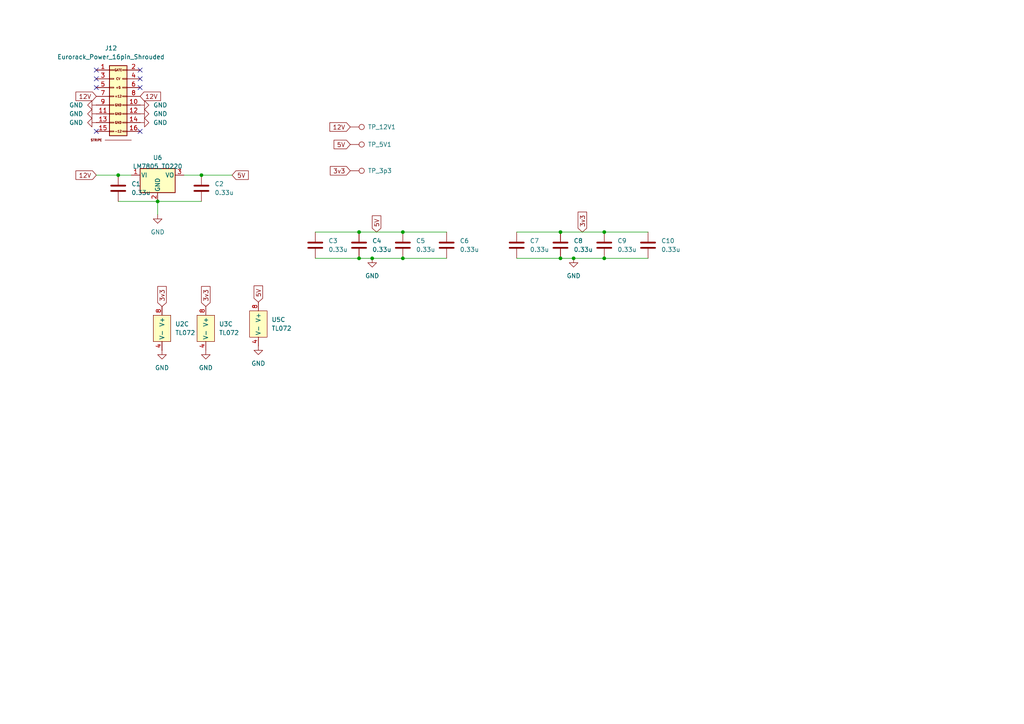
<source format=kicad_sch>
(kicad_sch (version 20231120) (generator "eeschema") (generator_version "8.0")
  (paper "A4")
  (lib_symbols
    (symbol "Connector:TestPoint" (pin_numbers hide) (pin_names (offset 0.762) hide)
      (property "Reference" "TP" (at 0 6.858 0))
      (property "Value" "TestPoint" (at 0 5.08 0))
      (symbol "TestPoint_0_1"
        (circle (center 0 3.302) (radius 0.762))
      )
      (symbol "TestPoint_1_1"
        (pin passive line (at 0 0 90) (length 2.54) (name "1") (number "1"))
      )
    )
    (symbol "Device:C" (pin_numbers hide) (pin_names (offset 0.254))
      (property "Reference" "C" (at 0.635 2.54 0))
      (property "Value" "C" (at 0.635 -2.54 0))
      (symbol "C_0_1"
        (polyline (pts (xy -2.032 -0.762) (xy 2.032 -0.762)) (stroke (width 0.508)))
        (polyline (pts (xy -2.032 0.762) (xy 2.032 0.762)) (stroke (width 0.508)))
      )
      (symbol "C_1_1"
        (pin passive line (at 0 3.81 270) (length 2.794) (name "~") (number "1"))
        (pin passive line (at 0 -3.81 90) (length 2.794) (name "~") (number "2"))
      )
    )
    (symbol "PCM_4ms_Connector:Eurorack_Power_16pin_Shrouded" (pin_names (offset 0.0254) hide)
      (property "Reference" "J" (at 0 11.43 0))
      (property "Value" "Eurorack_Power_16pin_Shrouded" (at 0 13.97 0))
      (symbol "Eurorack_Power_16pin_Shrouded_0_0"
        (text "+12" (at 0 1.27 0) (effects (font (size 0.635 0.635))))
        (text "+5" (at 0 3.81 0) (effects (font (size 0.635 0.635))))
        (text "-12" (at 0 -8.89 0) (effects (font (size 0.635 0.635))))
        (text "CV" (at 0 6.35 0) (effects (font (size 0.635 0.635))))
        (text "GATE" (at 0 8.89 0) (effects (font (size 0.635 0.635))))
        (text "GND" (at 0 -6.35 0) (effects (font (size 0.635 0.635))))
        (text "GND" (at 0 -3.81 0) (effects (font (size 0.635 0.635))))
        (text "GND" (at 0 -1.27 0) (effects (font (size 0.635 0.635))))
        (text "STRIPE" (at -6.35 -11.43 0) (effects (font (size 0.635 0.635))))
      )
      (symbol "Eurorack_Power_16pin_Shrouded_0_1"
        (rectangle (start -2.54 -8.763) (end -1.27 -9.017))
        (rectangle (start -2.54 -6.223) (end -1.27 -6.477))
        (rectangle (start -2.54 -3.683) (end -1.27 -3.937))
        (rectangle (start -2.54 -1.143) (end -1.27 -1.397))
        (rectangle (start -2.54 1.397) (end -1.27 1.143))
        (rectangle (start -2.54 3.937) (end -1.27 3.683))
        (rectangle (start -2.54 6.477) (end -1.27 6.223))
        (rectangle (start -2.54 9.017) (end -1.27 8.763))
        (rectangle (start -2.54 10.16) (end 2.54 -10.16) (stroke (width 0.254)) (fill (type background)))
        (polyline (pts (xy -3.81 -11.43) (xy 3.81 -11.43) (xy 1.27 -11.43)))
        (rectangle (start 1.27 -8.763) (end 2.54 -9.017))
        (rectangle (start 1.27 -6.223) (end 2.54 -6.477))
        (rectangle (start 1.27 -3.683) (end 2.54 -3.937))
        (rectangle (start 1.27 -1.143) (end 2.54 -1.397))
        (rectangle (start 1.27 1.397) (end 2.54 1.143))
        (rectangle (start 1.27 3.937) (end 2.54 3.683))
        (rectangle (start 1.27 6.477) (end 2.54 6.223))
        (rectangle (start 1.27 9.017) (end 2.54 8.763))
      )
      (symbol "Eurorack_Power_16pin_Shrouded_1_1"
        (pin passive line (at -6.35 8.89 0) (length 3.81) (name "P1") (number "1"))
        (pin passive line (at 6.35 -1.27 180) (length 3.81) (name "GND") (number "10"))
        (pin passive line (at -6.35 -3.81 0) (length 3.81) (name "GND") (number "11"))
        (pin passive line (at 6.35 -3.81 180) (length 3.81) (name "GND") (number "12"))
        (pin passive line (at -6.35 -6.35 0) (length 3.81) (name "-12") (number "13"))
        (pin passive line (at 6.35 -6.35 180) (length 3.81) (name "-12V") (number "14"))
        (pin passive line (at -6.35 -8.89 0) (length 3.81) (name "-12V") (number "15"))
        (pin passive line (at 6.35 -8.89 180) (length 3.81) (name "P16") (number "16"))
        (pin passive line (at 6.35 8.89 180) (length 3.81) (name "P2") (number "2"))
        (pin passive line (at -6.35 6.35 0) (length 3.81) (name "P3") (number "3"))
        (pin passive line (at 6.35 6.35 180) (length 3.81) (name "P4") (number "4"))
        (pin passive line (at -6.35 3.81 0) (length 3.81) (name "+12V") (number "5"))
        (pin passive line (at 6.35 3.81 180) (length 3.81) (name "P6") (number "6"))
        (pin passive line (at -6.35 1.27 0) (length 3.81) (name "12V") (number "7"))
        (pin passive line (at 6.35 1.27 180) (length 3.81) (name "+12V") (number "8"))
        (pin passive line (at -6.35 -1.27 0) (length 3.81) (name "GND") (number "9"))
      )
    )
    (symbol "PCM_4ms_IC:TL072"
      (property "Reference" "U" (at 2.54 5.08 0))
      (property "Value" "TL072" (at 2.54 -3.81 0))
      (symbol "TL072_1_1"
        (polyline (pts (xy -5.08 5.08) (xy 5.08 0) (xy -5.08 -5.08) (xy -5.08 5.08)) (stroke (width 0.254)) (fill (type background)))
        (pin output line (at 7.62 0 180) (length 2.54) (name "~") (number "1"))
        (pin input line (at -7.62 -2.54 0) (length 2.54) (name "-") (number "2"))
        (pin input line (at -7.62 2.54 0) (length 2.54) (name "+") (number "3"))
      )
      (symbol "TL072_2_1"
        (polyline (pts (xy -5.08 5.08) (xy 5.08 0) (xy -5.08 -5.08) (xy -5.08 5.08)) (stroke (width 0.254)) (fill (type background)))
        (pin input line (at -7.62 2.54 0) (length 2.54) (name "+") (number "5"))
        (pin input line (at -7.62 -2.54 0) (length 2.54) (name "-") (number "6"))
        (pin output line (at 7.62 0 180) (length 2.54) (name "~") (number "7"))
      )
      (symbol "TL072_3_1"
        (rectangle (start -2.54 3.81) (end 2.54 -3.81) (fill (type background)))
        (pin power_in line (at 0 -6.35 90) (length 2.54) (name "V-") (number "4"))
        (pin power_in line (at 0 6.35 270) (length 2.54) (name "V+") (number "8"))
      )
    )
    (symbol "Regulator_Linear:LM7805_TO220" (pin_names (offset 0.254))
      (property "Reference" "U" (at -3.81 3.175 0))
      (property "Value" "LM7805_TO220" (at 0 3.175 0))
      (symbol "LM7805_TO220_0_1"
        (rectangle (start -5.08 1.905) (end 5.08 -5.08) (stroke (width 0.254)) (fill (type background)))
      )
      (symbol "LM7805_TO220_1_1"
        (pin power_in line (at -7.62 0 0) (length 2.54) (name "VI") (number "1"))
        (pin power_in line (at 0 -7.62 90) (length 2.54) (name "GND") (number "2"))
        (pin power_out line (at 7.62 0 180) (length 2.54) (name "VO") (number "3"))
      )
    )
    (symbol "power:GND" (power) (pin_numbers hide) (pin_names (offset 0) hide)
      (property "Value" "GND" (at 0 -3.81 0))
      (symbol "GND_0_1"
        (polyline (pts (xy 0 0) (xy 0 -1.27) (xy 1.27 -1.27) (xy 0 -2.54) (xy -1.27 -1.27) (xy 0 -1.27)))
      )
      (symbol "GND_1_1"
        (pin power_in line (at 0 0 270) (length 0) (name "~") (number "1"))
      )
    )
  )
  (junction (at 45.72 58.42))
  (junction (at 34.29 50.8))
  (junction (at 162.56 67.31))
  (junction (at 58.42 50.8))
  (junction (at 175.26 74.93))
  (junction (at 166.37 74.93))
  (junction (at 162.56 74.93))
  (junction (at 175.26 67.31))
  (junction (at 116.84 67.31))
  (junction (at 107.95 74.93))
  (junction (at 116.84 74.93))
  (junction (at 104.14 67.31))
  (junction (at 104.14 74.93))
  (no_connect (at 27.94 38.1))
  (no_connect (at 27.94 25.4))
  (no_connect (at 40.64 20.32))
  (no_connect (at 40.64 38.1))
  (no_connect (at 40.64 22.86))
  (no_connect (at 27.94 22.86))
  (no_connect (at 40.64 25.4))
  (no_connect (at 27.94 20.32))
  (wire (pts (xy 162.56 74.93) (xy 166.37 74.93)))
  (wire (pts (xy 34.29 50.8) (xy 38.1 50.8)))
  (wire (pts (xy 162.56 67.31) (xy 175.26 67.31)))
  (wire (pts (xy 53.34 50.8) (xy 58.42 50.8)))
  (wire (pts (xy 58.42 50.8) (xy 67.31 50.8)))
  (wire (pts (xy 116.84 74.93) (xy 129.54 74.93)))
  (wire (pts (xy 149.86 67.31) (xy 162.56 67.31)))
  (wire (pts (xy 104.14 74.93) (xy 107.95 74.93)))
  (wire (pts (xy 45.72 58.42) (xy 58.42 58.42)))
  (wire (pts (xy 91.44 67.31) (xy 104.14 67.31)))
  (wire (pts (xy 45.72 58.42) (xy 45.72 62.23)))
  (wire (pts (xy 175.26 74.93) (xy 187.96 74.93)))
  (wire (pts (xy 91.44 74.93) (xy 104.14 74.93)))
  (wire (pts (xy 27.94 50.8) (xy 34.29 50.8)))
  (wire (pts (xy 104.14 67.31) (xy 116.84 67.31)))
  (wire (pts (xy 175.26 67.31) (xy 187.96 67.31)))
  (wire (pts (xy 116.84 67.31) (xy 129.54 67.31)))
  (wire (pts (xy 166.37 74.93) (xy 175.26 74.93)))
  (wire (pts (xy 107.95 74.93) (xy 116.84 74.93)))
  (wire (pts (xy 149.86 74.93) (xy 162.56 74.93)))
  (wire (pts (xy 34.29 58.42) (xy 45.72 58.42)))
  (global_label "5V" (shape input) (at 101.6 41.91 180) (property "Intersheetrefs" "${INTERSHEET_REFS}" (effects (hide yes))))
  (global_label "3v3" (shape input) (at 46.99 88.9 90) (property "Intersheetrefs" "${INTERSHEET_REFS}" (effects (hide yes))))
  (global_label "12V" (shape input) (at 101.6 36.83 180) (property "Intersheetrefs" "${INTERSHEET_REFS}" (effects (hide yes))))
  (global_label "3v3" (shape input) (at 59.69 88.9 90) (property "Intersheetrefs" "${INTERSHEET_REFS}" (effects (hide yes))))
  (global_label "12V" (shape input) (at 27.94 27.94 180) (property "Intersheetrefs" "${INTERSHEET_REFS}" (effects (hide yes))))
  (global_label "12V" (shape input) (at 40.64 27.94 0) (property "Intersheetrefs" "${INTERSHEET_REFS}" (effects (hide yes))))
  (global_label "3v3" (shape input) (at 168.91 67.31 90) (property "Intersheetrefs" "${INTERSHEET_REFS}" (effects (hide yes))))
  (global_label "3v3" (shape input) (at 101.6 49.53 180) (property "Intersheetrefs" "${INTERSHEET_REFS}" (effects (hide yes))))
  (global_label "5V" (shape input) (at 74.93 87.63 90) (property "Intersheetrefs" "${INTERSHEET_REFS}" (effects (hide yes))))
  (global_label "5V" (shape input) (at 67.31 50.8 0) (property "Intersheetrefs" "${INTERSHEET_REFS}" (effects (hide yes))))
  (global_label "5V" (shape input) (at 109.22 67.31 90) (property "Intersheetrefs" "${INTERSHEET_REFS}" (effects (hide yes))))
  (global_label "12V" (shape input) (at 27.94 50.8 180) (property "Intersheetrefs" "${INTERSHEET_REFS}" (effects (hide yes))))
  (symbol (lib_id "power:GND") (at 45.72 62.23 0) (unit 1)
    (property "Reference" "#PWR015" (effects (hide yes)))
    (property "Value" "GND" (at 45.72 67.31 0))
    (property "Description" "Power symbol creates a global label with name \"GND\" , ground" (effects (hide yes)))
  )
  (symbol (lib_id "power:GND") (at 74.93 100.33 0) (unit 1)
    (property "Reference" "#PWR023" (effects (hide yes)))
    (property "Value" "GND" (at 74.93 105.41 0))
    (property "Description" "Power symbol creates a global label with name \"GND\" , ground" (effects (hide yes)))
  )
  (symbol (lib_id "Device:C") (at 129.54 71.12 0) (unit 1)
    (property "Reference" "C6" (at 133.35 69.8499 0) (effects (justify left)))
    (property "Value" "0.33u" (at 133.35 72.3899 0) (effects (justify left)))
    (property "Footprint" "Capacitor_SMD:C_0805_2012Metric" (effects (hide yes)))
    (property "Description" "Unpolarized capacitor" (effects (hide yes)))
  )
  (symbol (lib_id "Device:C") (at 34.29 54.61 0) (unit 1)
    (property "Reference" "C1" (at 38.1 53.3399 0) (effects (justify left)))
    (property "Value" "0.33u" (at 38.1 55.8799 0) (effects (justify left)))
    (property "Footprint" "Capacitor_SMD:C_0805_2012Metric" (effects (hide yes)))
    (property "Description" "Unpolarized capacitor" (effects (hide yes)))
  )
  (symbol (lib_id "Regulator_Linear:LM7805_TO220") (at 45.72 50.8 0) (unit 1)
    (property "Reference" "U6" (at 45.72 45.72 0))
    (property "Value" "LM7805_TO220" (at 45.72 48.26 0))
    (property "Footprint" "Package_TO_SOT_THT:TO-220-3_Vertical" (effects (hide yes)))
    (property "Datasheet" "https://www.onsemi.cn/PowerSolutions/document/MC7800-D.PDF" (effects (hide yes)))
    (property "Description" "Positive 1A 35V Linear Regulator, Fixed Output 5V, TO-220" (effects (hide yes)))
  )
  (symbol (lib_id "Connector:TestPoint") (at 101.6 36.83 270) (unit 1)
    (property "Reference" "TP_12V1" (at 106.68 36.83 90) (effects (justify left)))
    (property "Value" "TestPoint" (effects (hide yes)))
    (property "Footprint" "TestPoint:TestPoint_Keystone_5005-5009_Compact" (effects (hide yes)))
    (property "Description" "test point" (effects (hide yes)))
  )
  (symbol (lib_id "Device:C") (at 91.44 71.12 0) (unit 1)
    (property "Reference" "C3" (at 95.25 69.8499 0) (effects (justify left)))
    (property "Value" "0.33u" (at 95.25 72.3899 0) (effects (justify left)))
    (property "Footprint" "Capacitor_SMD:C_0805_2012Metric" (effects (hide yes)))
    (property "Description" "Unpolarized capacitor" (effects (hide yes)))
  )
  (symbol (lib_id "Device:C") (at 104.14 71.12 0) (unit 1)
    (property "Reference" "C4" (at 107.95 69.8499 0) (effects (justify left)))
    (property "Value" "0.33u" (at 107.95 72.3899 0) (effects (justify left)))
    (property "Footprint" "Capacitor_SMD:C_0805_2012Metric" (effects (hide yes)))
    (property "Description" "Unpolarized capacitor" (effects (hide yes)))
  )
  (symbol (lib_id "power:GND") (at 107.95 74.93 0) (unit 1)
    (property "Reference" "#PWR029" (effects (hide yes)))
    (property "Value" "GND" (at 107.95 80.01 0))
    (property "Description" "Power symbol creates a global label with name \"GND\" , ground" (effects (hide yes)))
  )
  (symbol (lib_id "power:GND") (at 46.99 101.6 0) (unit 1)
    (property "Reference" "#PWR016" (effects (hide yes)))
    (property "Value" "GND" (at 46.99 106.68 0))
    (property "Description" "Power symbol creates a global label with name \"GND\" , ground" (effects (hide yes)))
  )
  (symbol (lib_id "power:GND") (at 27.94 33.02 270) (unit 1)
    (property "Reference" "#PWR06" (effects (hide yes)))
    (property "Value" "GND" (at 24.13 33.0199 90) (effects (justify right)))
    (property "Description" "Power symbol creates a global label with name \"GND\" , ground" (effects (hide yes)))
  )
  (symbol (lib_id "PCM_4ms_IC:TL072") (at 46.99 95.25 0) (unit 3)
    (property "Reference" "U2" (at 50.8 93.9799 0) (effects (justify left)))
    (property "Value" "TL072" (at 50.8 96.5199 0) (effects (justify left)))
    (property "Footprint" "4ms_Package_SSOP:TSSOP-8_4.4x3mm_Pitch0.65mm" (effects (hide yes)))
    (property "Description" "TL072 Dual Opamp TSSOP-8" (effects (hide yes)))
    (property "Specifications" "TL072 Dual Opamp" (effects (hide yes)))
    (property "JLCPCB ID" "C90748" (effects (hide yes)))
  )
  (symbol (lib_id "PCM_4ms_Connector:Eurorack_Power_16pin_Shrouded") (at 34.29 29.21 0) (unit 1)
    (property "Reference" "J12" (at 32.1833 13.97 0))
    (property "Value" "Eurorack_Power_16pin_Shrouded" (at 32.1833 16.51 0))
    (property "Footprint" "4ms_Connector:Pins_2x05_2.54mm_TH_EurorackPower" (effects (hide yes)))
    (property "Description" "Header, Male Pins, 2*8, spacing 2.54mm, straight pin, shrouded and keyed" (effects (hide yes)))
    (property "Specifications" "Header, Male Pins, 2*8, spacing 2.54mm, straight pin, shrouded and keyed" (effects (hide yes)))
    (property "Manufacturer" "Cixi LanLing" (effects (hide yes)))
    (property "Part Number" "LL1007-1 (2*8 HITEMP)" (effects (hide yes)))
  )
  (symbol (lib_id "Device:C") (at 149.86 71.12 0) (unit 1)
    (property "Reference" "C7" (at 153.67 69.8499 0) (effects (justify left)))
    (property "Value" "0.33u" (at 153.67 72.3899 0) (effects (justify left)))
    (property "Footprint" "Capacitor_SMD:C_0805_2012Metric" (effects (hide yes)))
    (property "Description" "Unpolarized capacitor" (effects (hide yes)))
  )
  (symbol (lib_id "Connector:TestPoint") (at 101.6 49.53 270) (unit 1)
    (property "Reference" "TP_3p3" (at 106.68 49.53 90) (effects (justify left)))
    (property "Value" "TestPoint" (effects (hide yes)))
    (property "Footprint" "TestPoint:TestPoint_Keystone_5005-5009_Compact" (effects (hide yes)))
    (property "Description" "test point" (effects (hide yes)))
  )
  (symbol (lib_id "Device:C") (at 58.42 54.61 0) (unit 1)
    (property "Reference" "C2" (at 62.23 53.3399 0) (effects (justify left)))
    (property "Value" "0.33u" (at 62.23 55.8799 0) (effects (justify left)))
    (property "Footprint" "Capacitor_SMD:C_0805_2012Metric" (effects (hide yes)))
    (property "Description" "Unpolarized capacitor" (effects (hide yes)))
  )
  (symbol (lib_id "power:GND") (at 27.94 35.56 270) (unit 1)
    (property "Reference" "#PWR014" (effects (hide yes)))
    (property "Value" "GND" (at 24.13 35.5599 90) (effects (justify right)))
    (property "Description" "Power symbol creates a global label with name \"GND\" , ground" (effects (hide yes)))
  )
  (symbol (lib_id "Device:C") (at 116.84 71.12 0) (unit 1)
    (property "Reference" "C5" (at 120.65 69.8499 0) (effects (justify left)))
    (property "Value" "0.33u" (at 120.65 72.3899 0) (effects (justify left)))
    (property "Footprint" "Capacitor_SMD:C_0805_2012Metric" (effects (hide yes)))
    (property "Description" "Unpolarized capacitor" (effects (hide yes)))
  )
  (symbol (lib_id "power:GND") (at 27.94 30.48 270) (unit 1)
    (property "Reference" "#PWR05" (effects (hide yes)))
    (property "Value" "GND" (at 24.13 30.4799 90) (effects (justify right)))
    (property "Description" "Power symbol creates a global label with name \"GND\" , ground" (effects (hide yes)))
  )
  (symbol (lib_id "Device:C") (at 175.26 71.12 0) (unit 1)
    (property "Reference" "C9" (at 179.07 69.8499 0) (effects (justify left)))
    (property "Value" "0.33u" (at 179.07 72.3899 0) (effects (justify left)))
    (property "Footprint" "Capacitor_SMD:C_0805_2012Metric" (effects (hide yes)))
    (property "Description" "Unpolarized capacitor" (effects (hide yes)))
  )
  (symbol (lib_id "Device:C") (at 162.56 71.12 0) (unit 1)
    (property "Reference" "C8" (at 166.37 69.8499 0) (effects (justify left)))
    (property "Value" "0.33u" (at 166.37 72.3899 0) (effects (justify left)))
    (property "Footprint" "Capacitor_SMD:C_0805_2012Metric" (effects (hide yes)))
    (property "Description" "Unpolarized capacitor" (effects (hide yes)))
  )
  (symbol (lib_id "Connector:TestPoint") (at 101.6 41.91 270) (unit 1)
    (property "Reference" "TP_5V1" (at 106.68 41.91 90) (effects (justify left)))
    (property "Value" "TestPoint" (effects (hide yes)))
    (property "Footprint" "TestPoint:TestPoint_Keystone_5005-5009_Compact" (effects (hide yes)))
    (property "Description" "test point" (effects (hide yes)))
  )
  (symbol (lib_id "power:GND") (at 40.64 30.48 90) (unit 1)
    (property "Reference" "#PWR017" (effects (hide yes)))
    (property "Value" "GND" (at 44.45 30.4799 90) (effects (justify right)))
    (property "Description" "Power symbol creates a global label with name \"GND\" , ground" (effects (hide yes)))
  )
  (symbol (lib_id "power:GND") (at 59.69 101.6 0) (unit 1)
    (property "Reference" "#PWR020" (effects (hide yes)))
    (property "Value" "GND" (at 59.69 106.68 0))
    (property "Description" "Power symbol creates a global label with name \"GND\" , ground" (effects (hide yes)))
  )
  (symbol (lib_id "power:GND") (at 40.64 33.02 90) (unit 1)
    (property "Reference" "#PWR018" (effects (hide yes)))
    (property "Value" "GND" (at 44.45 33.0199 90) (effects (justify right)))
    (property "Description" "Power symbol creates a global label with name \"GND\" , ground" (effects (hide yes)))
  )
  (symbol (lib_id "PCM_4ms_IC:TL072") (at 74.93 93.98 0) (unit 3)
    (property "Reference" "U5" (at 78.74 92.7099 0) (effects (justify left)))
    (property "Value" "TL072" (at 78.74 95.2499 0) (effects (justify left)))
    (property "Footprint" "4ms_Package_SSOP:TSSOP-8_4.4x3mm_Pitch0.65mm" (effects (hide yes)))
    (property "Description" "TL072 Dual Opamp TSSOP-8" (effects (hide yes)))
    (property "Specifications" "TL072 Dual Opamp" (effects (hide yes)))
    (property "JLCPCB ID" "C90748" (effects (hide yes)))
  )
  (symbol (lib_id "power:GND") (at 40.64 35.56 90) (unit 1)
    (property "Reference" "#PWR019" (effects (hide yes)))
    (property "Value" "GND" (at 44.45 35.5599 90) (effects (justify right)))
    (property "Description" "Power symbol creates a global label with name \"GND\" , ground" (effects (hide yes)))
  )
  (symbol (lib_id "PCM_4ms_IC:TL072") (at 59.69 95.25 0) (unit 3)
    (property "Reference" "U3" (at 63.5 93.9799 0) (effects (justify left)))
    (property "Value" "TL072" (at 63.5 96.5199 0) (effects (justify left)))
    (property "Footprint" "4ms_Package_SSOP:TSSOP-8_4.4x3mm_Pitch0.65mm" (effects (hide yes)))
    (property "Description" "TL072 Dual Opamp TSSOP-8" (effects (hide yes)))
    (property "Specifications" "TL072 Dual Opamp" (effects (hide yes)))
    (property "JLCPCB ID" "C90748" (effects (hide yes)))
  )
  (symbol (lib_id "Device:C") (at 187.96 71.12 0) (unit 1)
    (property "Reference" "C10" (at 191.77 69.8499 0) (effects (justify left)))
    (property "Value" "0.33u" (at 191.77 72.3899 0) (effects (justify left)))
    (property "Footprint" "Capacitor_SMD:C_0805_2012Metric" (effects (hide yes)))
    (property "Description" "Unpolarized capacitor" (effects (hide yes)))
  )
  (symbol (lib_id "power:GND") (at 166.37 74.93 0) (unit 1)
    (property "Reference" "#PWR030" (effects (hide yes)))
    (property "Value" "GND" (at 166.37 80.01 0))
    (property "Description" "Power symbol creates a global label with name \"GND\" , ground" (effects (hide yes)))
  )
)
</source>
